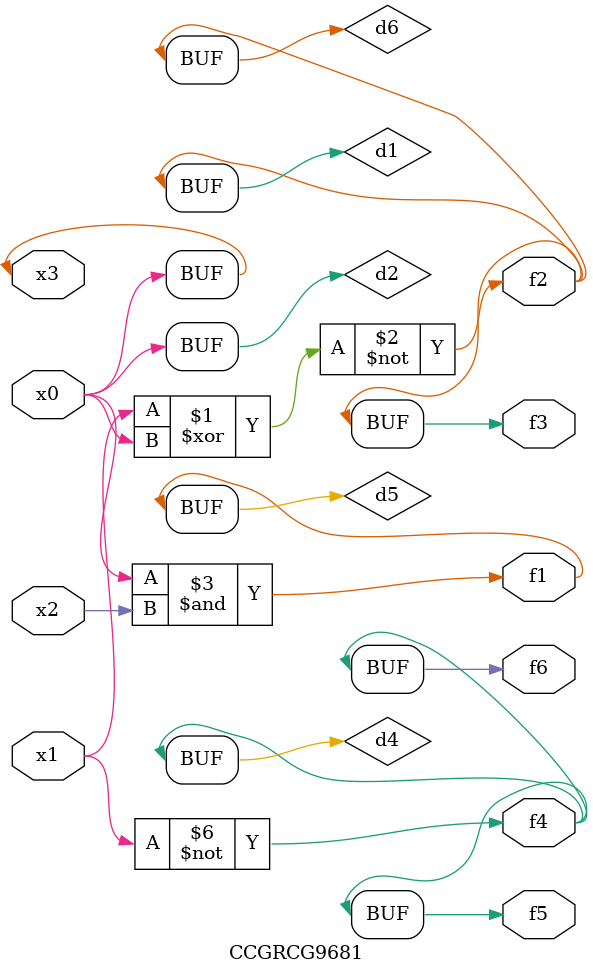
<source format=v>
module CCGRCG9681(
	input x0, x1, x2, x3,
	output f1, f2, f3, f4, f5, f6
);

	wire d1, d2, d3, d4, d5, d6;

	xnor (d1, x1, x3);
	buf (d2, x0, x3);
	nand (d3, x0, x2);
	not (d4, x1);
	nand (d5, d3);
	or (d6, d1);
	assign f1 = d5;
	assign f2 = d6;
	assign f3 = d6;
	assign f4 = d4;
	assign f5 = d4;
	assign f6 = d4;
endmodule

</source>
